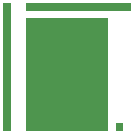
<source format=gbr>
G04 start of page 2 for group 3 layer_idx 0 *
G04 Title: Normal rectangular polygons, TODO:group_name *
G04 Creator: <version>
G04 CreationDate: <date>
G04 For:  *
G04 Format: Gerber/RS-274X *
G04 PCB-Dimensions: 50000 50000 *
G04 PCB-Coordinate-Origin: lower left *
%MOIN*%
%FSLAX25Y25*%
%LNTOP*%
%ADD11C,0.0001*%
G54D11*G36*
X5000Y47500D02*X7500D01*
Y5000D01*
X5000D01*
Y47500D01*
G37*
G36*
X12500D02*X47500D01*
Y45000D01*
X12500D01*
Y47500D01*
G37*
G36*
X42500Y7500D02*X45000D01*
Y5000D01*
X42500D01*
Y7500D01*
G37*
G36*
X12500Y42500D02*X40000D01*
Y5000D01*
X12500D01*
Y42500D01*
G37*
M02*

</source>
